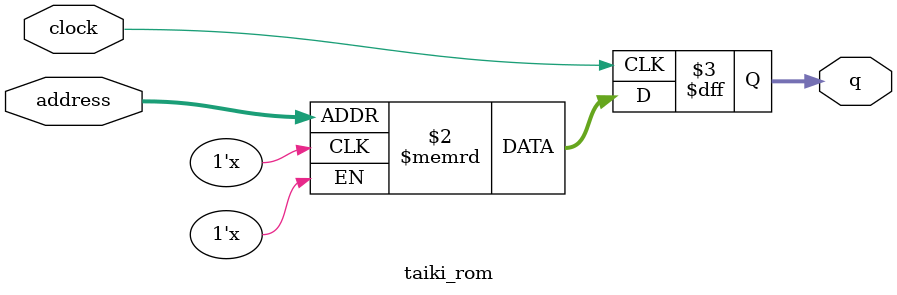
<source format=sv>
module taiki_rom (
	input logic clock,
	input logic [16:0] address,
	output logic [7:0] q
);

logic [7:0] memory [0:76799] /* synthesis ram_init_file = "./taiki/taiki.COE" */;

always_ff @ (posedge clock) begin
	q <= memory[address];
end

endmodule

</source>
